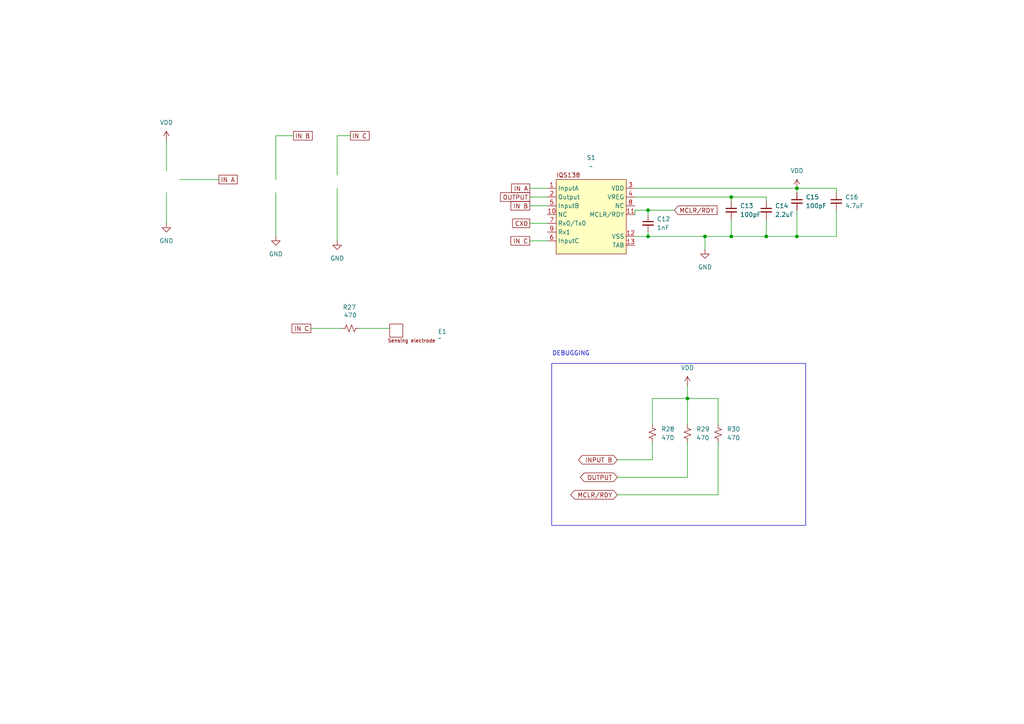
<source format=kicad_sch>
(kicad_sch (version 20250114) (generator "eeschema") (generator_version "9.0")
  (paper "A4")
  (lib_symbols
    (symbol "Device:C_Small" (pin_numbers (hide yes)) (pin_names (offset 0.254) (hide yes))
      (property "Reference" "C" (at 0.254 1.778 0))
      (property "Value" "C_Small" (at 0.254 -2.032 0))
      (symbol "C_Small_0_1"
        (polyline (pts (xy -1.524 0.508) (xy 1.524 0.508)) (stroke (width 0.3048)))
        (polyline (pts (xy -1.524 -0.508) (xy 1.524 -0.508)) (stroke (width 0.3302)))
      )
      (symbol "C_Small_1_1"
        (pin passive line (at 0 2.54 270) (length 2.032) (name "~") (number "1"))
        (pin passive line (at 0 -2.54 90) (length 2.032) (name "~") (number "2"))
      )
    )
    (symbol "Device:R_Small_US" (pin_numbers (hide yes)) (pin_names (offset 0.254) (hide yes))
      (property "Reference" "R" (at 0.762 0.508 0))
      (property "Value" "R_Small_US" (at 0.762 -1.016 0))
      (symbol "R_Small_US_1_1"
        (polyline (pts (xy 0 1.524) (xy 1.016 1.143) (xy 0 0.762) (xy -1.016 0.381) (xy 0 0)))
        (polyline (pts (xy 0 0) (xy 1.016 -0.381) (xy 0 -0.762) (xy -1.016 -1.143) (xy 0 -1.524)))
        (pin passive line (at 0 2.54 270) (length 1.016) (name "~") (number "1"))
        (pin passive line (at 0 -2.54 90) (length 1.016) (name "~") (number "2"))
      )
    )
    (symbol "componentes_personalizados:IQS318"
      (property "Reference" "S" (at 0 0 0))
      (symbol "IQS318_1_1"
        (rectangle (start 1.27 -2.54) (end 21.59 -24.13) (fill (type background)))
        (text "IQS138" (at 4.826 -1.27 0) (effects (font (size 1.27 1.27))))
        (pin input line (at -1.27 -5.08 0) (length 2.54) (name "InputA") (number "1"))
        (pin output line (at -1.27 -7.62 0) (length 2.54) (name "Output") (number "2"))
        (pin output line (at -1.27 -10.16 0) (length 2.54) (name "InputB") (number "5"))
        (pin output line (at -1.27 -12.7 0) (length 2.54) (name "NC") (number "10"))
        (pin output line (at -1.27 -15.24 0) (length 2.54) (name "Rx0/Tx0") (number "7"))
        (pin output line (at -1.27 -17.78 0) (length 2.54) (name "Rx1") (number "9"))
        (pin input line (at -1.27 -20.32 0) (length 2.54) (name "InputC") (number "6"))
        (pin input line (at 24.13 -5.08 180) (length 2.54) (name "VDD") (number "3"))
        (pin input line (at 24.13 -7.62 180) (length 2.54) (name "VREG") (number "4"))
        (pin input line (at 24.13 -10.16 180) (length 2.54) (name "NC") (number "8"))
        (pin input line (at 24.13 -12.7 180) (length 2.54) (name "MCLR/RDY") (number "11"))
        (pin input line (at 24.13 -19.05 180) (length 2.54) (name "VSS") (number "12"))
        (pin input line (at 24.13 -21.59 180) (length 2.54) (name "TAB") (number "13"))
      )
    )
    (symbol "componentes_personalizados:sensing_electrode"
      (property "Reference" "E" (at 0 0 0))
      (symbol "sensing_electrode_0_1"
        (rectangle (start 1.27 0) (end 5.08 -3.81))
      )
      (symbol "sensing_electrode_1_1"
        (text "Sensing electrode\n" (at 7.62 -4.826 0) (effects (font (size 1.016 1.016))))
      )
    )
    (symbol "power:GND" (power) (pin_numbers (hide yes)) (pin_names (offset 0) (hide yes))
      (property "Value" "GND" (at 0 -3.81 0))
      (symbol "GND_0_1"
        (polyline (pts (xy 0 0) (xy 0 -1.27) (xy 1.27 -1.27) (xy 0 -2.54) (xy -1.27 -1.27) (xy 0 -1.27)))
      )
      (symbol "GND_1_1"
        (pin power_in line (at 0 0 270) (length 0) (name "~") (number "1"))
      )
    )
    (symbol "power:VDD" (power) (pin_numbers (hide yes)) (pin_names (offset 0) (hide yes))
      (property "Value" "VDD" (at 0 3.556 0))
      (symbol "VDD_0_1"
        (polyline (pts (xy -0.762 1.27) (xy 0 2.54)))
        (polyline (pts (xy 0 2.54) (xy 0.762 1.27)))
        (polyline (pts (xy 0 0) (xy 0 2.54)))
      )
      (symbol "VDD_1_1"
        (pin power_in line (at 0 0 90) (length 0) (name "~") (number "1"))
      )
    )
  )
  (text "DEBUGGING\n" (at 165.608 102.616 0) (effects (font (size 1.27 1.27))))
  (text_box "" (at 160.02 105.41 0) (size 73.66 46.99) (margins 0.9525 0.9525 0.9525 0.9525) (effects (font (size 1.27 1.27)) (justify left top)))
  (junction (at 231.14 54.61))
  (junction (at 231.14 68.58))
  (junction (at 212.09 68.58))
  (junction (at 222.25 68.58))
  (junction (at 199.39 115.57))
  (junction (at 187.96 60.96))
  (junction (at 204.47 68.58))
  (junction (at 187.96 68.58))
  (junction (at 212.09 57.15))
  (wire (pts (xy 97.79 39.37) (xy 101.6 39.37)))
  (wire (pts (xy 153.67 57.15) (xy 158.75 57.15)))
  (wire (pts (xy 184.15 60.96) (xy 184.15 62.23)))
  (wire (pts (xy 231.14 68.58) (xy 242.57 68.58)))
  (wire (pts (xy 184.15 60.96) (xy 187.96 60.96)))
  (wire (pts (xy 187.96 67.31) (xy 187.96 68.58)))
  (wire (pts (xy 212.09 57.15) (xy 212.09 58.42)))
  (wire (pts (xy 80.01 39.37) (xy 85.09 39.37)))
  (wire (pts (xy 48.26 40.64) (xy 48.26 49.53)))
  (wire (pts (xy 222.25 63.5) (xy 222.25 68.58)))
  (wire (pts (xy 187.96 60.96) (xy 187.96 62.23)))
  (wire (pts (xy 212.09 57.15) (xy 222.25 57.15)))
  (wire (pts (xy 97.79 54.61) (xy 97.79 69.85)))
  (wire (pts (xy 204.47 68.58) (xy 204.47 72.39)))
  (wire (pts (xy 179.07 143.51) (xy 208.28 143.51)))
  (wire (pts (xy 48.26 55.88) (xy 48.26 64.77)))
  (wire (pts (xy 80.01 55.88) (xy 80.01 68.58)))
  (wire (pts (xy 208.28 123.19) (xy 208.28 115.57)))
  (wire (pts (xy 242.57 60.96) (xy 242.57 68.58)))
  (wire (pts (xy 231.14 54.61) (xy 242.57 54.61)))
  (wire (pts (xy 208.28 115.57) (xy 199.39 115.57)))
  (wire (pts (xy 231.14 60.96) (xy 231.14 68.58)))
  (wire (pts (xy 153.67 54.61) (xy 158.75 54.61)))
  (wire (pts (xy 204.47 68.58) (xy 212.09 68.58)))
  (wire (pts (xy 80.01 39.37) (xy 80.01 52.07)))
  (wire (pts (xy 97.79 39.37) (xy 97.79 50.8)))
  (wire (pts (xy 90.17 95.25) (xy 99.06 95.25)))
  (wire (pts (xy 184.15 57.15) (xy 212.09 57.15)))
  (wire (pts (xy 199.39 115.57) (xy 199.39 123.19)))
  (wire (pts (xy 212.09 63.5) (xy 212.09 68.58)))
  (wire (pts (xy 184.15 54.61) (xy 231.14 54.61)))
  (wire (pts (xy 179.07 133.35) (xy 189.23 133.35)))
  (wire (pts (xy 231.14 54.61) (xy 231.14 55.88)))
  (wire (pts (xy 189.23 123.19) (xy 189.23 115.57)))
  (wire (pts (xy 184.15 68.58) (xy 187.96 68.58)))
  (wire (pts (xy 222.25 68.58) (xy 231.14 68.58)))
  (wire (pts (xy 179.07 138.43) (xy 199.39 138.43)))
  (wire (pts (xy 153.67 69.85) (xy 158.75 69.85)))
  (wire (pts (xy 208.28 143.51) (xy 208.28 128.27)))
  (wire (pts (xy 199.39 111.76) (xy 199.39 115.57)))
  (wire (pts (xy 189.23 115.57) (xy 199.39 115.57)))
  (wire (pts (xy 222.25 58.42) (xy 222.25 57.15)))
  (wire (pts (xy 52.07 52.07) (xy 63.5 52.07)))
  (wire (pts (xy 104.14 95.25) (xy 113.03 95.25)))
  (wire (pts (xy 195.58 60.96) (xy 187.96 60.96)))
  (wire (pts (xy 153.67 64.77) (xy 158.75 64.77)))
  (wire (pts (xy 187.96 68.58) (xy 204.47 68.58)))
  (wire (pts (xy 242.57 54.61) (xy 242.57 55.88)))
  (wire (pts (xy 153.67 59.69) (xy 158.75 59.69)))
  (wire (pts (xy 189.23 133.35) (xy 189.23 128.27)))
  (wire (pts (xy 199.39 138.43) (xy 199.39 128.27)))
  (wire (pts (xy 212.09 68.58) (xy 222.25 68.58)))
  (global_label "MCLR{slash}RDY" (shape input) (at 195.58 60.96 0) (property "Intersheetrefs" "${INTERSHEET_REFS}" (effects (hide yes))))
  (global_label "IN A" (shape passive) (at 63.5 52.07 0) (property "Intersheetrefs" "${INTERSHEET_REFS}" (effects (hide yes))))
  (global_label "IN B" (shape passive) (at 85.09 39.37 0) (property "Intersheetrefs" "${INTERSHEET_REFS}" (effects (hide yes))))
  (global_label "IN C" (shape passive) (at 153.67 69.85 180) (property "Intersheetrefs" "${INTERSHEET_REFS}" (effects (hide yes))))
  (global_label "IN B" (shape passive) (at 153.67 59.69 180) (property "Intersheetrefs" "${INTERSHEET_REFS}" (effects (hide yes))))
  (global_label "INPUT B" (shape bidirectional) (at 179.07 133.35 180) (property "Intersheetrefs" "${INTERSHEET_REFS}" (effects (hide yes))))
  (global_label "OUTPUT" (shape bidirectional) (at 179.07 138.43 180) (property "Intersheetrefs" "${INTERSHEET_REFS}" (effects (hide yes))))
  (global_label "IN C" (shape passive) (at 101.6 39.37 0) (property "Intersheetrefs" "${INTERSHEET_REFS}" (effects (hide yes))))
  (global_label "IN A" (shape passive) (at 153.67 54.61 180) (property "Intersheetrefs" "${INTERSHEET_REFS}" (effects (hide yes))))
  (global_label "IN C" (shape passive) (at 90.17 95.25 180) (property "Intersheetrefs" "${INTERSHEET_REFS}" (effects (hide yes))))
  (global_label "CX0" (shape passive) (at 153.67 64.77 180) (property "Intersheetrefs" "${INTERSHEET_REFS}" (effects (hide yes))))
  (global_label "OUTPUT" (shape passive) (at 153.67 57.15 180) (property "Intersheetrefs" "${INTERSHEET_REFS}" (effects (hide yes))))
  (global_label "MCLR{slash}RDY" (shape bidirectional) (at 179.07 143.51 180) (property "Intersheetrefs" "${INTERSHEET_REFS}" (effects (hide yes))))
  (symbol (lib_id "Device:C_Small") (at 242.57 58.42 0) (unit 1)
    (property "Reference" "C16" (at 245.11 57.1562 0) (effects (justify left)))
    (property "Value" "4.7uF" (at 245.11 59.6962 0) (effects (justify left)))
    (property "Footprint" "Capacitor_SMD:C_0402_1005Metric" (effects (hide yes)))
    (property "Datasheet" "https://www.digikey.com.br/en/products/detail/samsung-electro-mechanics/CL05A475MP5NRNC/3887140" (effects (hide yes)))
    (property "Description" "Unpolarized capacitor, small symbol" (effects (hide yes)))
  )
  (symbol (lib_id "Device:R_Small_US") (at 208.28 125.73 0) (unit 1)
    (property "Reference" "R30" (at 210.82 124.4599 0) (effects (justify left)))
    (property "Value" "470" (at 210.82 126.9999 0) (effects (justify left)))
    (property "Footprint" "Resistor_SMD:R_0402_1005Metric" (effects (hide yes)))
    (property "Datasheet" "https://www.digikey.com.br/en/products/detail/koa-speer-electronics-inc/RS73G1JTTD4700B/11573084" (effects (hide yes)))
    (property "Description" "Resistor, small US symbol" (effects (hide yes)))
  )
  (symbol (lib_id "power:VDD") (at 48.26 40.64 0) (unit 1)
    (property "Reference" "#PWR070" (effects (hide yes)))
    (property "Value" "VDD" (at 48.26 35.56 0))
    (property "Description" "Power symbol creates a global label with name \"VDD\"" (effects (hide yes)))
  )
  (symbol (lib_id "power:GND") (at 204.47 72.39 0) (unit 1)
    (property "Reference" "#PWR077" (effects (hide yes)))
    (property "Value" "GND" (at 204.47 77.47 0))
    (property "Description" "Power symbol creates a global label with name \"GND\" , ground" (effects (hide yes)))
  )
  (symbol (lib_id "componentes_personalizados:sensing_electrode") (at 111.76 93.98 0) (unit 1)
    (property "Reference" "E1" (at 127 96.1665 0) (effects (justify left)))
    (property "Value" "~" (at 127 98.0716 0) (effects (justify left)))
  )
  (symbol (lib_id "componentes_personalizados:IQS318") (at 160.02 49.53 0) (unit 1)
    (property "Reference" "S1" (at 171.45 45.72 0))
    (property "Value" "~" (at 171.45 48.26 0))
  )
  (symbol (lib_id "Device:C_Small") (at 212.09 60.96 0) (unit 1)
    (property "Reference" "C13" (at 214.63 59.6962 0) (effects (justify left)))
    (property "Value" "100pF" (at 214.63 62.2362 0) (effects (justify left)))
    (property "Footprint" "Capacitor_SMD:C_0402_1005Metric" (effects (hide yes)))
    (property "Datasheet" "https://www.digikey.com.br/en/products/detail/yageo/CC0402JRNPO9BN101/302758" (effects (hide yes)))
    (property "Description" "Unpolarized capacitor, small symbol" (effects (hide yes)))
  )
  (symbol (lib_id "power:GND") (at 80.01 68.58 0) (unit 1)
    (property "Reference" "#PWR074" (effects (hide yes)))
    (property "Value" "GND" (at 80.01 73.66 0))
    (property "Description" "Power symbol creates a global label with name \"GND\" , ground" (effects (hide yes)))
  )
  (symbol (lib_id "Device:C_Small") (at 231.14 58.42 0) (unit 1)
    (property "Reference" "C15" (at 233.68 57.1562 0) (effects (justify left)))
    (property "Value" "100pF" (at 233.68 59.6962 0) (effects (justify left)))
    (property "Footprint" "Capacitor_SMD:C_0402_1005Metric" (effects (hide yes)))
    (property "Datasheet" "https://www.digikey.com.br/en/products/detail/samsung-electro-mechanics/CL05A225MQ5NNNC/3887127" (effects (hide yes)))
    (property "Description" "Unpolarized capacitor, small symbol" (effects (hide yes)))
  )
  (symbol (lib_id "Device:C_Small") (at 187.96 64.77 0) (unit 1)
    (property "Reference" "C12" (at 190.5 63.5062 0) (effects (justify left)))
    (property "Value" "1nF" (at 190.5 66.0462 0) (effects (justify left)))
    (property "Footprint" "Capacitor_SMD:C_0402_1005Metric" (effects (hide yes)))
    (property "Datasheet" "https://www.digikey.com.br/en/products/detail/kemet/C0402C102K5RECTU/8643595" (effects (hide yes)))
    (property "Description" "Unpolarized capacitor, small symbol" (effects (hide yes)))
  )
  (symbol (lib_id "Device:R_Small_US") (at 189.23 125.73 0) (unit 1)
    (property "Reference" "R28" (at 191.77 124.4599 0) (effects (justify left)))
    (property "Value" "470" (at 191.77 126.9999 0) (effects (justify left)))
    (property "Footprint" "Resistor_SMD:R_0402_1005Metric" (effects (hide yes)))
    (property "Datasheet" "https://www.digikey.com.br/en/products/detail/koa-speer-electronics-inc/RS73G1JTTD4700B/11573084" (effects (hide yes)))
    (property "Description" "Resistor, small US symbol" (effects (hide yes)))
  )
  (symbol (lib_id "power:GND") (at 48.26 64.77 0) (unit 1)
    (property "Reference" "#PWR073" (effects (hide yes)))
    (property "Value" "GND" (at 48.26 69.85 0))
    (property "Description" "Power symbol creates a global label with name \"GND\" , ground" (effects (hide yes)))
  )
  (symbol (lib_id "power:GND") (at 97.79 69.85 0) (unit 1)
    (property "Reference" "#PWR075" (effects (hide yes)))
    (property "Value" "GND" (at 97.79 74.93 0))
    (property "Description" "Power symbol creates a global label with name \"GND\" , ground" (effects (hide yes)))
  )
  (symbol (lib_id "power:VDD") (at 231.14 54.61 0) (unit 1)
    (property "Reference" "#PWR078" (effects (hide yes)))
    (property "Value" "VDD" (at 231.14 49.53 0))
    (property "Description" "Power symbol creates a global label with name \"VDD\"" (effects (hide yes)))
  )
  (symbol (lib_id "power:VDD") (at 199.39 111.76 0) (unit 1)
    (property "Reference" "#PWR076" (effects (hide yes)))
    (property "Value" "VDD" (at 199.39 106.68 0))
    (property "Description" "Power symbol creates a global label with name \"VDD\"" (effects (hide yes)))
  )
  (symbol (lib_id "Device:R_Small_US") (at 101.6 95.25 90) (unit 1)
    (property "Reference" "R27" (at 101.346 89.154 90))
    (property "Value" "470" (at 101.6 91.44 90))
    (property "Footprint" "Resistor_SMD:R_0402_1005Metric" (effects (hide yes)))
    (property "Datasheet" "https://www.digikey.com.br/en/products/detail/koa-speer-electronics-inc/RS73G1JTTD4700B/11573084" (effects (hide yes)))
    (property "Description" "Resistor, small US symbol" (effects (hide yes)))
  )
  (symbol (lib_id "Device:C_Small") (at 222.25 60.96 0) (unit 1)
    (property "Reference" "C14" (at 224.79 59.6962 0) (effects (justify left)))
    (property "Value" "2.2uF" (at 224.79 62.2362 0) (effects (justify left)))
    (property "Footprint" "Capacitor_SMD:C_0402_1005Metric" (effects (hide yes)))
    (property "Datasheet" "https://www.digikey.com.br/en/products/detail/samsung-electro-mechanics/CL05A225MQ5NNNC/3887127" (effects (hide yes)))
    (property "Description" "Unpolarized capacitor, small symbol" (effects (hide yes)))
  )
  (symbol (lib_id "Device:R_Small_US") (at 199.39 125.73 0) (unit 1)
    (property "Reference" "R29" (at 201.93 124.4599 0) (effects (justify left)))
    (property "Value" "470" (at 201.93 126.9999 0) (effects (justify left)))
    (property "Footprint" "Resistor_SMD:R_0402_1005Metric" (effects (hide yes)))
    (property "Datasheet" "https://www.digikey.com.br/en/products/detail/koa-speer-electronics-inc/RS73G1JTTD4700B/11573084" (effects (hide yes)))
    (property "Description" "Resistor, small US symbol" (effects (hide yes)))
  )
)
</source>
